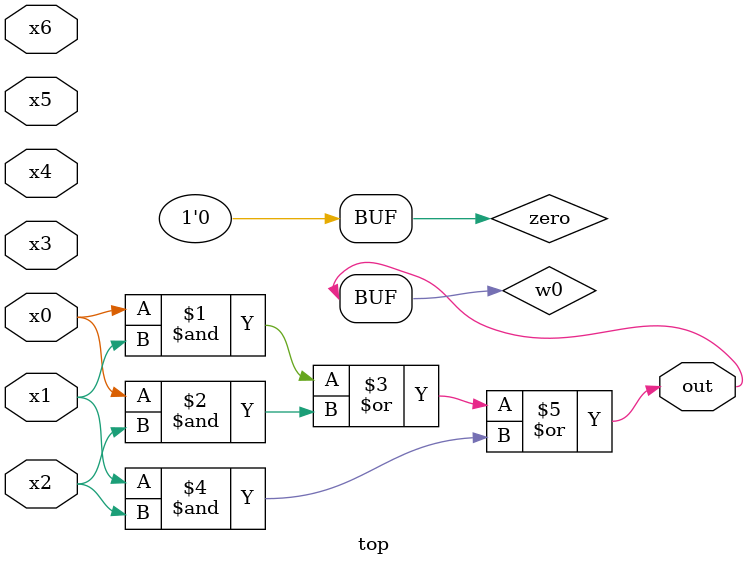
<source format=v>
 module top ( 
 x0, x1, x2, x3, x4, x5, x6, out);
input x0, x1, x2, x3, x4, x5, x6;
output out;
 wire zero, w0;
assign zero = 0;
assign w0 = ( x0 & x1 ) | ( x0 & x2 ) | ( x1 & x2 );
assign out = w0;
endmodule

</source>
